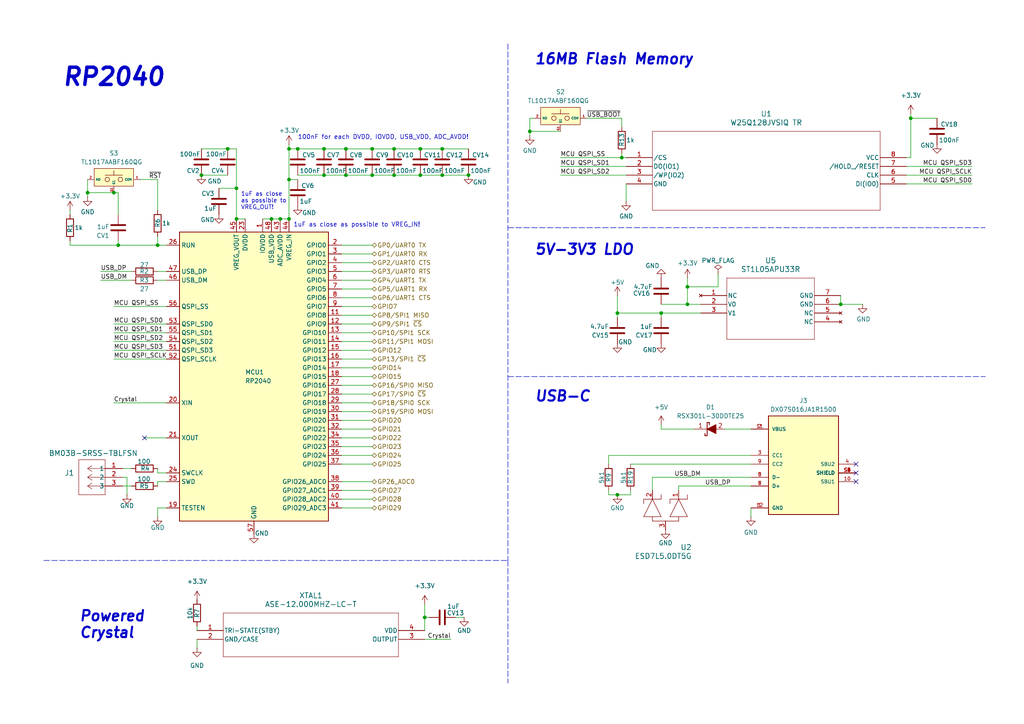
<source format=kicad_sch>
(kicad_sch (version 20250114) (generator "eeschema") (generator_version "9.0")
  (paper "A4")
  (title_block (title "RP2040 Standard") (company "Porto Space Team") (comment 1 "Miguel Amorim"))
  (lib_symbols
    (symbol "16MB_Flash:W25Q128JVSIQ_TR" (pin_names (offset 0.254))
      (property "Reference" "U" (at 40.64 12.7 0))
      (property "Value" "W25Q128JVSIQ TR" (at 40.64 10.16 0))
      (symbol "W25Q128JVSIQ_TR_0_1"
        (polyline (pts (xy 7.62 7.62) (xy 7.62 -15.24)) (stroke (width 0.127)))
        (polyline (pts (xy 7.62 -15.24) (xy 73.66 -15.24)) (stroke (width 0.127)))
        (polyline (pts (xy 73.66 7.62) (xy 7.62 7.62)) (stroke (width 0.127)))
        (polyline (pts (xy 73.66 -15.24) (xy 73.66 7.62)) (stroke (width 0.127)))
        (pin input line (at 0 0 0) (length 7.62) (name "/CS") (number "1"))
        (pin bidirectional line (at 0 -2.54 0) (length 7.62) (name "DO(IO1)") (number "2"))
        (pin bidirectional line (at 0 -5.08 0) (length 7.62) (name "/WP(IO2)") (number "3"))
        (pin passive line (at 0 -7.62 0) (length 7.62) (name "GND") (number "4"))
        (pin passive line (at 81.28 0 180) (length 7.62) (name "VCC") (number "8"))
        (pin bidirectional line (at 81.28 -2.54 180) (length 7.62) (name "/HOLD_/RESET") (number "7"))
        (pin input line (at 81.28 -5.08 180) (length 7.62) (name "CLK") (number "6"))
        (pin bidirectional line (at 81.28 -7.62 180) (length 7.62) (name "DI(IO0)") (number "5"))
      )
    )
    (symbol "AS12MHz:ASE-12.000MHZ-LC-T" (pin_names (offset 0.254))
      (property "Reference" "XTAL" (at 33.02 10.16 0))
      (property "Value" "ASE-12.000MHZ-LC-T" (at 33.02 7.62 0))
      (symbol "ASE-12.000MHZ-LC-T_0_1"
        (polyline (pts (xy 7.62 5.08) (xy 7.62 -7.62)) (stroke (width 0.127)))
        (polyline (pts (xy 7.62 -7.62) (xy 58.42 -7.62)) (stroke (width 0.127)))
        (polyline (pts (xy 58.42 5.08) (xy 7.62 5.08)) (stroke (width 0.127)))
        (polyline (pts (xy 58.42 -7.62) (xy 58.42 5.08)) (stroke (width 0.127)))
        (pin passive line (at 0 0 0) (length 7.62) (name "TRI-STATE(STBY)") (number "1"))
        (pin passive line (at 0 -2.54 0) (length 7.62) (name "GND/CASE") (number "2"))
        (pin power_in line (at 66.04 0 180) (length 7.62) (name "VDD") (number "4"))
        (pin output line (at 66.04 -2.54 180) (length 7.62) (name "OUTPUT") (number "3"))
      )
    )
    (symbol "DX07S016JA1R1500:DX07S016JA1R1500" (pin_names (offset 1.016))
      (property "Reference" "J" (at -9.906 16.002 0))
      (property "Value" "DX07S016JA1R1500" (at -10.16 -14.732 0))
      (symbol "DX07S016JA1R1500_0_0"
        (rectangle (start -10.16 15.24) (end 10.16 -13.335) (stroke (width 0.254)) (fill (type background)))
        (pin passive line (at -15.24 11.43 0) (length 5.08) (name "VBUS") (number "11"))
        (pin passive line (at -15.24 11.43 0) (length 5.08) (name "VBUS") (number "2"))
        (pin passive line (at -15.24 3.81 0) (length 5.08) (name "CC1") (number "3"))
        (pin passive line (at -15.24 1.27 0) (length 5.08) (name "CC2") (number "9"))
        (pin passive line (at -15.24 -2.54 0) (length 5.08) (name "D-") (number "5"))
        (pin passive line (at -15.24 -2.54 0) (length 5.08) (name "D-") (number "8"))
        (pin passive line (at -15.24 -5.08 0) (length 5.08) (name "D+") (number "6"))
        (pin passive line (at -15.24 -5.08 0) (length 5.08) (name "D+") (number "7"))
        (pin power_in line (at -15.24 -11.43 0) (length 5.08) (name "GND") (number "1"))
        (pin power_in line (at -15.24 -11.43 0) (length 5.08) (name "GND") (number "12"))
        (pin passive line (at 15.24 1.27 180) (length 5.08) (name "SBU2") (number "4"))
        (pin passive line (at 15.24 -1.27 180) (length 5.08) (name "SHIELD") (number "S1"))
        (pin passive line (at 15.24 -1.27 180) (length 5.08) (name "SHIELD") (number "S2"))
        (pin passive line (at 15.24 -1.27 180) (length 5.08) (name "SHIELD") (number "S3"))
        (pin passive line (at 15.24 -1.27 180) (length 5.08) (name "SHIELD") (number "S4"))
        (pin passive line (at 15.24 -1.27 180) (length 5.08) (name "SHIELD") (number "S5"))
        (pin passive line (at 15.24 -1.27 180) (length 5.08) (name "SHIELD") (number "S6"))
        (pin passive line (at 15.24 -3.81 180) (length 5.08) (name "SBU1") (number "10"))
      )
    )
    (symbol "Device:C" (pin_numbers (hide yes)) (pin_names (offset 0.254))
      (property "Reference" "C" (at 0.635 2.54 0))
      (property "Value" "C" (at 0.635 -2.54 0))
      (symbol "C_0_1"
        (polyline (pts (xy -2.032 0.762) (xy 2.032 0.762)) (stroke (width 0.508)))
        (polyline (pts (xy -2.032 -0.762) (xy 2.032 -0.762)) (stroke (width 0.508)))
      )
      (symbol "C_1_1"
        (pin passive line (at 0 3.81 270) (length 2.794) (name "~") (number "1"))
        (pin passive line (at 0 -3.81 90) (length 2.794) (name "~") (number "2"))
      )
    )
    (symbol "Device:R" (pin_numbers (hide yes)) (pin_names (offset 0))
      (property "Reference" "R" (at 2.032 0 90))
      (property "Value" "R" (at 0 0 90))
      (symbol "R_0_1"
        (rectangle (start -1.016 -2.54) (end 1.016 2.54) (stroke (width 0.254)))
      )
      (symbol "R_1_1"
        (pin passive line (at 0 3.81 270) (length 1.27) (name "~") (number "1"))
        (pin passive line (at 0 -3.81 90) (length 1.27) (name "~") (number "2"))
      )
    )
    (symbol "ESD7L5_Diode:ESD7L5.0DT5G" (pin_names (offset 0.254))
      (property "Reference" "U" (at 6.35 15.24 0))
      (property "Value" "ESD7L5.0DT5G" (at 6.35 12.7 0))
      (symbol "ESD7L5.0DT5G_1_1"
        (polyline (pts (xy 2.54 8.89) (xy 0 8.89) (xy 0 10.16)))
        (polyline (pts (xy 2.54 8.89) (xy 5.08 8.89) (xy 5.08 7.62)))
        (polyline (pts (xy 2.54 3.81) (xy 2.54 2.54) (xy 10.16 2.54) (xy 10.16 3.81)))
        (polyline (pts (xy 5.08 3.81) (xy 0 3.81) (xy 2.54 8.89) (xy 5.08 3.81)))
        (polyline (pts (xy 10.16 8.89) (xy 7.62 8.89) (xy 7.62 10.16)))
        (polyline (pts (xy 10.16 8.89) (xy 12.7 8.89) (xy 12.7 7.62)))
        (polyline (pts (xy 12.7 3.81) (xy 7.62 3.81) (xy 10.16 8.89) (xy 12.7 3.81)))
        (pin passive line (at 2.54 11.43 270) (length 2.54) (name "") (number "1"))
        (pin passive line (at 6.35 0 90) (length 2.54) (name "") (number "3"))
        (pin passive line (at 10.16 11.43 270) (length 2.54) (name "") (number "2"))
      )
    )
    (symbol "LDO_ST1L05A:ST1L05APU33R" (pin_names (offset 0.254))
      (property "Reference" "U" (at 20.32 10.16 0))
      (property "Value" "ST1L05APU33R" (at 20.32 7.62 0))
      (symbol "ST1L05APU33R_0_1"
        (polyline (pts (xy 7.62 5.08) (xy 7.62 -12.7)) (stroke (width 0.127)))
        (polyline (pts (xy 7.62 -12.7) (xy 33.02 -12.7)) (stroke (width 0.127)))
        (polyline (pts (xy 33.02 5.08) (xy 7.62 5.08)) (stroke (width 0.127)))
        (polyline (pts (xy 33.02 -12.7) (xy 33.02 5.08)) (stroke (width 0.127)))
        (pin no_connect line (at 0 0 0) (length 7.62) (name "NC") (number "1"))
        (pin passive line (at 0 -2.54 0) (length 7.62) (name "V0") (number "2"))
        (pin passive line (at 0 -5.08 0) (length 7.62) (name "V1") (number "3"))
        (pin passive line (at 40.64 0 180) (length 7.62) (name "GND") (number "7"))
        (pin passive line (at 40.64 -2.54 180) (length 7.62) (name "GND") (number "6"))
        (pin no_connect line (at 40.64 -5.08 180) (length 7.62) (name "NC") (number "5"))
        (pin no_connect line (at 40.64 -7.62 180) (length 7.62) (name "NC") (number "4"))
      )
    )
    (symbol "MCU_RaspberryPi:RP2040"
      (property "Reference" "U" (at 17.78 45.72 0))
      (property "Value" "RP2040" (at 17.78 43.18 0))
      (symbol "RP2040_0_1"
        (rectangle (start -21.59 41.91) (end 21.59 -41.91) (stroke (width 0.254)) (fill (type background)))
      )
      (symbol "RP2040_1_1"
        (pin input line (at -25.4 38.1 0) (length 3.81) (name "RUN") (number "26"))
        (pin bidirectional line (at -25.4 30.48 0) (length 3.81) (name "USB_DP") (number "47"))
        (pin bidirectional line (at -25.4 27.94 0) (length 3.81) (name "USB_DM") (number "46"))
        (pin bidirectional line (at -25.4 20.32 0) (length 3.81) (name "QSPI_SS") (number "56"))
        (pin bidirectional line (at -25.4 15.24 0) (length 3.81) (name "QSPI_SD0") (number "53"))
        (pin bidirectional line (at -25.4 12.7 0) (length 3.81) (name "QSPI_SD1") (number "55"))
        (pin bidirectional line (at -25.4 10.16 0) (length 3.81) (name "QSPI_SD2") (number "54"))
        (pin bidirectional line (at -25.4 7.62 0) (length 3.81) (name "QSPI_SD3") (number "51"))
        (pin output line (at -25.4 5.08 0) (length 3.81) (name "QSPI_SCLK") (number "52"))
        (pin input line (at -25.4 -7.62 0) (length 3.81) (name "XIN") (number "20"))
        (pin passive line (at -25.4 -17.78 0) (length 3.81) (name "XOUT") (number "21"))
        (pin input line (at -25.4 -27.94 0) (length 3.81) (name "SWCLK") (number "24"))
        (pin bidirectional line (at -25.4 -30.48 0) (length 3.81) (name "SWD") (number "25"))
        (pin input line (at -25.4 -38.1 0) (length 3.81) (name "TESTEN") (number "19"))
        (pin power_out line (at -5.08 45.72 270) (length 3.81) (name "VREG_VOUT") (number "45"))
        (pin power_in line (at -2.54 45.72 270) (length 3.81) (name "DVDD") (number "23"))
        (pin passive line (at -2.54 45.72 270) (length 3.81) (hide yes) (name "DVDD") (number "50"))
        (pin power_in line (at 0 -45.72 90) (length 3.81) (name "GND") (number "57"))
        (pin power_in line (at 2.54 45.72 270) (length 3.81) (name "IOVDD") (number "1"))
        (pin passive line (at 2.54 45.72 270) (length 3.81) (hide yes) (name "IOVDD") (number "10"))
        (pin passive line (at 2.54 45.72 270) (length 3.81) (hide yes) (name "IOVDD") (number "22"))
        (pin passive line (at 2.54 45.72 270) (length 3.81) (hide yes) (name "IOVDD") (number "33"))
        (pin passive line (at 2.54 45.72 270) (length 3.81) (hide yes) (name "IOVDD") (number "42"))
        (pin passive line (at 2.54 45.72 270) (length 3.81) (hide yes) (name "IOVDD") (number "49"))
        (pin power_in line (at 5.08 45.72 270) (length 3.81) (name "USB_VDD") (number "48"))
        (pin power_in line (at 7.62 45.72 270) (length 3.81) (name "ADC_AVDD") (number "43"))
        (pin power_in line (at 10.16 45.72 270) (length 3.81) (name "VREG_IN") (number "44"))
        (pin bidirectional line (at 25.4 38.1 180) (length 3.81) (name "GPIO0") (number "2"))
        (pin bidirectional line (at 25.4 35.56 180) (length 3.81) (name "GPIO1") (number "3"))
        (pin bidirectional line (at 25.4 33.02 180) (length 3.81) (name "GPIO2") (number "4"))
        (pin bidirectional line (at 25.4 30.48 180) (length 3.81) (name "GPIO3") (number "5"))
        (pin bidirectional line (at 25.4 27.94 180) (length 3.81) (name "GPIO4") (number "6"))
        (pin bidirectional line (at 25.4 25.4 180) (length 3.81) (name "GPIO5") (number "7"))
        (pin bidirectional line (at 25.4 22.86 180) (length 3.81) (name "GPIO6") (number "8"))
        (pin bidirectional line (at 25.4 20.32 180) (length 3.81) (name "GPIO7") (number "9"))
        (pin bidirectional line (at 25.4 17.78 180) (length 3.81) (name "GPIO8") (number "11"))
        (pin bidirectional line (at 25.4 15.24 180) (length 3.81) (name "GPIO9") (number "12"))
        (pin bidirectional line (at 25.4 12.7 180) (length 3.81) (name "GPIO10") (number "13"))
        (pin bidirectional line (at 25.4 10.16 180) (length 3.81) (name "GPIO11") (number "14"))
        (pin bidirectional line (at 25.4 7.62 180) (length 3.81) (name "GPIO12") (number "15"))
        (pin bidirectional line (at 25.4 5.08 180) (length 3.81) (name "GPIO13") (number "16"))
        (pin bidirectional line (at 25.4 2.54 180) (length 3.81) (name "GPIO14") (number "17"))
        (pin bidirectional line (at 25.4 0 180) (length 3.81) (name "GPIO15") (number "18"))
        (pin bidirectional line (at 25.4 -2.54 180) (length 3.81) (name "GPIO16") (number "27"))
        (pin bidirectional line (at 25.4 -5.08 180) (length 3.81) (name "GPIO17") (number "28"))
        (pin bidirectional line (at 25.4 -7.62 180) (length 3.81) (name "GPIO18") (number "29"))
        (pin bidirectional line (at 25.4 -10.16 180) (length 3.81) (name "GPIO19") (number "30"))
        (pin bidirectional line (at 25.4 -12.7 180) (length 3.81) (name "GPIO20") (number "31"))
        (pin bidirectional line (at 25.4 -15.24 180) (length 3.81) (name "GPIO21") (number "32"))
        (pin bidirectional line (at 25.4 -17.78 180) (length 3.81) (name "GPIO22") (number "34"))
        (pin bidirectional line (at 25.4 -20.32 180) (length 3.81) (name "GPIO23") (number "35"))
        (pin bidirectional line (at 25.4 -22.86 180) (length 3.81) (name "GPIO24") (number "36"))
        (pin bidirectional line (at 25.4 -25.4 180) (length 3.81) (name "GPIO25") (number "37"))
        (pin bidirectional line (at 25.4 -30.48 180) (length 3.81) (name "GPIO26_ADC0") (number "38"))
        (pin bidirectional line (at 25.4 -33.02 180) (length 3.81) (name "GPIO27_ADC1") (number "39"))
        (pin bidirectional line (at 25.4 -35.56 180) (length 3.81) (name "GPIO28_ADC2") (number "40"))
        (pin bidirectional line (at 25.4 -38.1 180) (length 3.81) (name "GPIO29_ADC3") (number "41"))
      )
    )
    (symbol "RSX301L-30DDTE25:RSX301L-30DDTE25" (pin_names (offset 0.635) (hide yes))
      (property "Reference" "D" (at 1.524 6.35 0))
      (property "Value" "RSX301L-30DDTE25" (at 1.524 3.81 0))
      (symbol "RSX301L-30DDTE25_1_1"
        (polyline (pts (xy 9.525 -1.27) (xy 9.525 -1.905)) (stroke (width 0.254)))
        (polyline (pts (xy 10.16 1.905) (xy 10.16 -1.905)) (stroke (width 0.254)))
        (polyline (pts (xy 10.16 1.905) (xy 10.795 1.905)) (stroke (width 0.254)))
        (polyline (pts (xy 10.16 0) (xy 12.7 1.27) (xy 12.7 -1.27) (xy 10.16 0)) (stroke (width 0.254)) (fill (type outline)))
        (polyline (pts (xy 10.16 -1.905) (xy 9.525 -1.905)) (stroke (width 0.254)))
        (polyline (pts (xy 10.795 1.27) (xy 10.795 1.905)) (stroke (width 0.254)))
        (pin passive line (at 6.35 0 0) (length 3.81) (name "K") (number "1"))
        (pin passive line (at 15.24 0 180) (length 2.54) (name "A") (number "2"))
      )
    )
    (symbol "SWD_Con:BM03B-SRSS-TBLFSN" (pin_names (offset 0.254))
      (property "Reference" "J" (at 8.89 6.35 0))
      (property "Value" "BM03B-SRSS-TBLFSN" (at 0 0 0))
      (symbol "BM03B-SRSS-TBLFSN_1_1"
        (polyline (pts (xy 5.08 2.54) (xy 5.08 -7.62)) (stroke (width 0.127)))
        (polyline (pts (xy 5.08 -7.62) (xy 12.7 -7.62)) (stroke (width 0.127)))
        (polyline (pts (xy 10.16 0) (xy 5.08 0)) (stroke (width 0.127)))
        (polyline (pts (xy 10.16 0) (xy 8.89 0.8467)) (stroke (width 0.127)))
        (polyline (pts (xy 10.16 0) (xy 8.89 -0.8467)) (stroke (width 0.127)))
        (polyline (pts (xy 10.16 -2.54) (xy 5.08 -2.54)) (stroke (width 0.127)))
        (polyline (pts (xy 10.16 -2.54) (xy 8.89 -1.6933)) (stroke (width 0.127)))
        (polyline (pts (xy 10.16 -2.54) (xy 8.89 -3.3867)) (stroke (width 0.127)))
        (polyline (pts (xy 10.16 -5.08) (xy 5.08 -5.08)) (stroke (width 0.127)))
        (polyline (pts (xy 10.16 -5.08) (xy 8.89 -4.2333)) (stroke (width 0.127)))
        (polyline (pts (xy 10.16 -5.08) (xy 8.89 -5.9267)) (stroke (width 0.127)))
        (polyline (pts (xy 12.7 2.54) (xy 5.08 2.54)) (stroke (width 0.127)))
        (polyline (pts (xy 12.7 -7.62) (xy 12.7 2.54)) (stroke (width 0.127)))
        (pin passive line (at 0 0 0) (length 5.08) (name "1") (number "1"))
        (pin passive line (at 0 -2.54 0) (length 5.08) (name "2") (number "2"))
        (pin passive line (at 0 -5.08 0) (length 5.08) (name "3") (number "3"))
      )
      (symbol "BM03B-SRSS-TBLFSN_1_2"
        (polyline (pts (xy 5.08 2.54) (xy 5.08 -7.62)) (stroke (width 0.127)))
        (polyline (pts (xy 5.08 -7.62) (xy 12.7 -7.62)) (stroke (width 0.127)))
        (polyline (pts (xy 7.62 0) (xy 5.08 0)) (stroke (width 0.127)))
        (polyline (pts (xy 7.62 0) (xy 8.89 0.8467)) (stroke (width 0.127)))
        (polyline (pts (xy 7.62 0) (xy 8.89 -0.8467)) (stroke (width 0.127)))
        (polyline (pts (xy 7.62 -2.54) (xy 5.08 -2.54)) (stroke (width 0.127)))
        (polyline (pts (xy 7.62 -2.54) (xy 8.89 -1.6933)) (stroke (width 0.127)))
        (polyline (pts (xy 7.62 -2.54) (xy 8.89 -3.3867)) (stroke (width 0.127)))
        (polyline (pts (xy 7.62 -5.08) (xy 5.08 -5.08)) (stroke (width 0.127)))
        (polyline (pts (xy 7.62 -5.08) (xy 8.89 -4.2333)) (stroke (width 0.127)))
        (polyline (pts (xy 7.62 -5.08) (xy 8.89 -5.9267)) (stroke (width 0.127)))
        (polyline (pts (xy 12.7 2.54) (xy 5.08 2.54)) (stroke (width 0.127)))
        (polyline (pts (xy 12.7 -7.62) (xy 12.7 2.54)) (stroke (width 0.127)))
        (pin passive line (at 0 0 0) (length 5.08) (name "1") (number "1"))
        (pin passive line (at 0 -2.54 0) (length 5.08) (name "2") (number "2"))
        (pin passive line (at 0 -5.08 0) (length 5.08) (name "3") (number "3"))
      )
    )
    (symbol "TL1017AABF160QG:TL1017AABF160QG"
      (property "Reference" "S" (at 0.762 14.732 0))
      (property "Value" "TL1017AABF160QG" (at 0.762 12.192 0))
      (symbol "TL1017AABF160QG_0_1"
        (polyline (pts (xy 6.35 5.08) (xy 11.43 5.08)))
        (circle (center 6.985 3.81) (radius 0.635))
        (polyline (pts (xy 8.89 5.08) (xy 8.89 6.35)))
        (circle (center 10.795 3.81) (radius 0.635))
      )
      (symbol "TL1017AABF160QG_1_1"
        (rectangle (start 3.175 6.985) (end 14.605 1.905) (fill (type background)))
        (pin passive line (at 1.27 3.81 0) (length 1.778) (name "COM") (number "1"))
        (pin passive line (at 8.89 0 90) (length 1.778) (name "G1") (number "G1"))
        (pin passive line (at 16.51 3.81 180) (length 1.778) (name "NO") (number "2"))
      )
    )
    (symbol "power:+3.3V" (power) (pin_numbers (hide yes)) (pin_names (offset 0) (hide yes))
      (property "Value" "+3.3V" (at 0 3.556 0))
      (symbol "+3.3V_0_1"
        (polyline (pts (xy -0.762 1.27) (xy 0 2.54)))
        (polyline (pts (xy 0 2.54) (xy 0.762 1.27)))
        (polyline (pts (xy 0 0) (xy 0 2.54)))
      )
      (symbol "+3.3V_1_1"
        (pin power_in line (at 0 0 90) (length 0) (name "~") (number "1"))
      )
    )
    (symbol "power:+5V" (power) (pin_numbers (hide yes)) (pin_names (offset 0) (hide yes))
      (property "Value" "+5V" (at 0 3.556 0))
      (symbol "+5V_0_1"
        (polyline (pts (xy -0.762 1.27) (xy 0 2.54)))
        (polyline (pts (xy 0 2.54) (xy 0.762 1.27)))
        (polyline (pts (xy 0 0) (xy 0 2.54)))
      )
      (symbol "+5V_1_1"
        (pin power_in line (at 0 0 90) (length 0) (name "~") (number "1"))
      )
    )
    (symbol "power:GND" (power) (pin_numbers (hide yes)) (pin_names (offset 0) (hide yes))
      (property "Value" "GND" (at 0 -3.81 0))
      (symbol "GND_0_1"
        (polyline (pts (xy 0 0) (xy 0 -1.27) (xy 1.27 -1.27) (xy 0 -2.54) (xy -1.27 -1.27) (xy 0 -1.27)))
      )
      (symbol "GND_1_1"
        (pin power_in line (at 0 0 270) (length 0) (name "~") (number "1"))
      )
    )
    (symbol "power:PWR_FLAG" (power) (pin_numbers (hide yes)) (pin_names (offset 0) (hide yes))
      (property "Value" "PWR_FLAG" (at 0 3.81 0))
      (symbol "PWR_FLAG_0_0"
        (pin power_out line (at 0 0 90) (length 0) (name "~") (number "1"))
      )
      (symbol "PWR_FLAG_0_1"
        (polyline (pts (xy 0 0) (xy 0 1.27) (xy -1.016 1.905) (xy 0 2.54) (xy 1.016 1.905) (xy 0 1.27)))
      )
    )
  )
  (text "100nF for each DVDD, IOVDD, USB_VDD, ADC_AVDD!" (at 86.36 40.64 0) (effects (font (size 1.27 1.27)) (justify left bottom)))
  (text "16MB Flash Memory" (at 154.94 19.05 0) (effects (font (size 3 3) (bold yes) (italic yes)) (justify left bottom)))
  (text "5V-3V3 LDO" (at 154.94 74.295 0) (effects (font (size 3 3) (bold yes) (italic yes)) (justify left bottom)))
  (text "USB-C" (at 154.94 116.84 0) (effects (font (size 3 3) (bold yes) (italic yes)) (justify left bottom)))
  (text "1uF as close as possible to VREG_IN!" (at 85.09 66.04 0) (effects (font (size 1.27 1.27)) (justify left bottom)))
  (text "1uF as close \nas possible to \nVREG_OUT!" (at 69.85 60.96 0) (effects (font (size 1.2 1.2)) (justify left bottom)))
  (text "Powered\nCrystal" (at 22.86 185.42 0) (effects (font (size 3 3) (bold yes) (italic yes)) (justify left bottom)))
  (text "RP2040" (at 17.78 25.4 0) (effects (font (size 5 5) (thickness 1) (bold yes) (italic yes)) (justify left bottom)))
  (junction (at 179.07 90.805))
  (junction (at 83.82 63.5))
  (junction (at 107.95 43.18))
  (junction (at 114.3 50.8))
  (junction (at 100.33 50.8))
  (junction (at 78.74 63.5))
  (junction (at 68.58 54.61))
  (junction (at 93.98 50.8))
  (junction (at 128.27 50.8))
  (junction (at 135.89 50.8))
  (junction (at 128.27 43.18))
  (junction (at 45.72 71.12))
  (junction (at 180.34 45.72))
  (junction (at 199.39 83.185))
  (junction (at 66.04 43.18))
  (junction (at 100.33 43.18))
  (junction (at 114.3 43.18))
  (junction (at 121.92 43.18))
  (junction (at 243.84 88.265))
  (junction (at 191.77 90.805))
  (junction (at 179.07 143.51))
  (junction (at 93.98 43.18))
  (junction (at 83.82 52.07))
  (junction (at 153.67 38.1))
  (junction (at 58.42 50.8))
  (junction (at 264.16 34.29))
  (junction (at 25.4 55.88))
  (junction (at 33.02 55.88))
  (junction (at 83.82 43.18))
  (junction (at 121.92 50.8))
  (junction (at 34.29 71.12))
  (junction (at 81.28 63.5))
  (junction (at 68.58 63.5))
  (junction (at 107.95 50.8))
  (junction (at 199.39 88.265))
  (junction (at 123.19 179.07))
  (junction (at 86.36 43.18))
  (no_connect (at 41.91 127))
  (no_connect (at 248.285 134.62))
  (no_connect (at 248.285 139.7))
  (no_connect (at 248.285 137.16))
  (wire (pts (xy 25.4 55.88) (xy 25.4 57.15)))
  (wire (pts (xy 99.06 114.3) (xy 107.95 114.3)))
  (polyline (pts (xy 147.32 162.56) (xy 147.32 198.12)) (stroke (width 0) (type dash)))
  (wire (pts (xy 180.34 45.72) (xy 181.61 45.72)))
  (wire (pts (xy 99.06 93.98) (xy 107.95 93.98)))
  (wire (pts (xy 99.06 73.66) (xy 107.95 73.66)))
  (wire (pts (xy 99.06 109.22) (xy 107.95 109.22)))
  (wire (pts (xy 121.92 50.8) (xy 128.27 50.8)))
  (wire (pts (xy 68.58 54.61) (xy 68.58 43.18)))
  (wire (pts (xy 35.56 135.89) (xy 38.1 135.89)))
  (wire (pts (xy 162.56 45.72) (xy 180.34 45.72)))
  (wire (pts (xy 99.06 139.7) (xy 107.95 139.7)))
  (wire (pts (xy 99.06 129.54) (xy 107.95 129.54)))
  (wire (pts (xy 99.06 71.12) (xy 107.95 71.12)))
  (wire (pts (xy 34.29 71.12) (xy 20.32 71.12)))
  (wire (pts (xy 199.39 83.185) (xy 199.39 88.265)))
  (wire (pts (xy 99.06 86.36) (xy 107.95 86.36)))
  (wire (pts (xy 76.2 63.5) (xy 78.74 63.5)))
  (wire (pts (xy 262.89 45.72) (xy 264.16 45.72)))
  (wire (pts (xy 191.77 88.265) (xy 199.39 88.265)))
  (wire (pts (xy 217.805 134.62) (xy 182.88 134.62)))
  (wire (pts (xy 35.56 138.43) (xy 36.83 138.43)))
  (wire (pts (xy 35.56 140.97) (xy 38.1 140.97)))
  (wire (pts (xy 154.94 34.29) (xy 153.67 34.29)))
  (wire (pts (xy 33.02 55.88) (xy 25.4 55.88)))
  (wire (pts (xy 99.06 78.74) (xy 107.95 78.74)))
  (wire (pts (xy 181.61 50.8) (xy 162.56 50.8)))
  (wire (pts (xy 153.67 34.29) (xy 153.67 38.1)))
  (wire (pts (xy 41.91 127) (xy 48.26 127)))
  (wire (pts (xy 128.27 50.8) (xy 135.89 50.8)))
  (wire (pts (xy 99.06 121.92) (xy 107.95 121.92)))
  (wire (pts (xy 99.06 111.76) (xy 107.95 111.76)))
  (wire (pts (xy 121.92 43.18) (xy 114.3 43.18)))
  (wire (pts (xy 99.06 147.32) (xy 107.95 147.32)))
  (wire (pts (xy 107.95 50.8) (xy 114.3 50.8)))
  (wire (pts (xy 58.42 43.18) (xy 66.04 43.18)))
  (wire (pts (xy 29.21 78.74) (xy 38.1 78.74)))
  (wire (pts (xy 45.72 78.74) (xy 48.26 78.74)))
  (wire (pts (xy 180.34 44.45) (xy 180.34 45.72)))
  (wire (pts (xy 176.53 132.08) (xy 217.805 132.08)))
  (wire (pts (xy 20.32 60.96) (xy 20.32 62.23)))
  (wire (pts (xy 86.36 43.18) (xy 83.82 43.18)))
  (wire (pts (xy 33.02 96.52) (xy 48.26 96.52)))
  (wire (pts (xy 99.06 134.62) (xy 107.95 134.62)))
  (wire (pts (xy 181.61 53.34) (xy 181.61 58.42)))
  (wire (pts (xy 34.29 71.12) (xy 45.72 71.12)))
  (wire (pts (xy 153.67 38.1) (xy 153.67 39.37)))
  (wire (pts (xy 264.16 34.29) (xy 271.78 34.29)))
  (wire (pts (xy 99.06 81.28) (xy 107.95 81.28)))
  (wire (pts (xy 123.19 185.42) (xy 130.81 185.42)))
  (wire (pts (xy 189.23 138.43) (xy 217.805 138.43)))
  (wire (pts (xy 114.3 50.8) (xy 121.92 50.8)))
  (wire (pts (xy 45.72 140.97) (xy 45.72 139.7)))
  (polyline (pts (xy 147.32 66.04) (xy 285.75 66.04)) (stroke (width 0) (type dash)))
  (wire (pts (xy 176.53 143.51) (xy 176.53 142.24)))
  (wire (pts (xy 45.72 81.28) (xy 48.26 81.28)))
  (wire (pts (xy 57.15 181.61) (xy 57.15 182.88)))
  (polyline (pts (xy 147.32 109.22) (xy 285.75 109.22)) (stroke (width 0) (type dash)))
  (wire (pts (xy 191.77 123.19) (xy 191.77 124.46)))
  (wire (pts (xy 199.39 83.185) (xy 208.28 83.185)))
  (wire (pts (xy 179.07 90.805) (xy 179.07 92.075)))
  (wire (pts (xy 33.02 101.6) (xy 48.26 101.6)))
  (wire (pts (xy 100.33 43.18) (xy 93.98 43.18)))
  (polyline (pts (xy 12.7 162.56) (xy 147.32 162.56)) (stroke (width 0) (type dash)))
  (wire (pts (xy 181.61 48.26) (xy 162.56 48.26)))
  (wire (pts (xy 33.02 116.84) (xy 48.26 116.84)))
  (wire (pts (xy 123.19 179.07) (xy 124.46 179.07)))
  (wire (pts (xy 45.72 137.16) (xy 48.26 137.16)))
  (wire (pts (xy 99.06 116.84) (xy 107.95 116.84)))
  (wire (pts (xy 36.83 138.43) (xy 36.83 143.51)))
  (wire (pts (xy 99.06 119.38) (xy 107.95 119.38)))
  (wire (pts (xy 208.28 83.185) (xy 208.28 79.375)))
  (wire (pts (xy 176.53 134.62) (xy 176.53 132.08)))
  (wire (pts (xy 99.06 124.46) (xy 107.95 124.46)))
  (wire (pts (xy 45.72 71.12) (xy 48.26 71.12)))
  (wire (pts (xy 93.98 50.8) (xy 100.33 50.8)))
  (polyline (pts (xy 147.32 12.7) (xy 147.32 162.56)) (stroke (width 0) (type dash)))
  (wire (pts (xy 191.77 124.46) (xy 201.295 124.46)))
  (wire (pts (xy 264.16 45.72) (xy 264.16 34.29)))
  (wire (pts (xy 182.88 143.51) (xy 179.07 143.51)))
  (wire (pts (xy 99.06 91.44) (xy 107.95 91.44)))
  (wire (pts (xy 45.72 147.32) (xy 48.26 147.32)))
  (wire (pts (xy 86.36 50.8) (xy 93.98 50.8)))
  (wire (pts (xy 33.02 88.9) (xy 48.26 88.9)))
  (wire (pts (xy 191.77 92.075) (xy 191.77 90.805)))
  (wire (pts (xy 68.58 63.5) (xy 71.12 63.5)))
  (wire (pts (xy 217.805 147.32) (xy 217.805 149.86)))
  (wire (pts (xy 83.82 52.07) (xy 83.82 63.5)))
  (wire (pts (xy 99.06 106.68) (xy 107.95 106.68)))
  (wire (pts (xy 182.88 142.24) (xy 182.88 143.51)))
  (wire (pts (xy 179.07 143.51) (xy 176.53 143.51)))
  (wire (pts (xy 179.07 90.805) (xy 191.77 90.805)))
  (wire (pts (xy 83.82 52.07) (xy 86.36 52.07)))
  (wire (pts (xy 210.185 124.46) (xy 217.805 124.46)))
  (wire (pts (xy 132.08 179.07) (xy 134.62 179.07)))
  (wire (pts (xy 243.84 85.725) (xy 243.84 88.265)))
  (wire (pts (xy 99.06 142.24) (xy 107.95 142.24)))
  (wire (pts (xy 191.77 90.805) (xy 203.2 90.805)))
  (wire (pts (xy 99.06 83.82) (xy 107.95 83.82)))
  (wire (pts (xy 29.21 81.28) (xy 38.1 81.28)))
  (wire (pts (xy 45.72 52.07) (xy 45.72 60.96)))
  (wire (pts (xy 78.74 63.5) (xy 81.28 63.5)))
  (wire (pts (xy 33.02 93.98) (xy 48.26 93.98)))
  (wire (pts (xy 100.33 50.8) (xy 107.95 50.8)))
  (wire (pts (xy 58.42 50.8) (xy 66.04 50.8)))
  (wire (pts (xy 81.28 63.5) (xy 83.82 63.5)))
  (wire (pts (xy 45.72 68.58) (xy 45.72 71.12)))
  (wire (pts (xy 199.39 80.645) (xy 199.39 83.185)))
  (wire (pts (xy 34.29 55.88) (xy 33.02 55.88)))
  (wire (pts (xy 45.72 139.7) (xy 48.26 139.7)))
  (wire (pts (xy 34.29 71.12) (xy 34.29 69.85)))
  (wire (pts (xy 20.32 71.12) (xy 20.32 69.85)))
  (wire (pts (xy 180.34 34.29) (xy 170.18 34.29)))
  (wire (pts (xy 45.72 137.16) (xy 45.72 135.89)))
  (wire (pts (xy 128.27 43.18) (xy 135.89 43.18)))
  (wire (pts (xy 99.06 104.14) (xy 107.95 104.14)))
  (wire (pts (xy 262.89 50.8) (xy 281.94 50.8)))
  (wire (pts (xy 107.95 43.18) (xy 100.33 43.18)))
  (wire (pts (xy 99.06 101.6) (xy 107.95 101.6)))
  (wire (pts (xy 123.19 179.07) (xy 123.19 182.88)))
  (wire (pts (xy 264.16 34.29) (xy 264.16 33.02)))
  (wire (pts (xy 99.06 127) (xy 107.95 127)))
  (wire (pts (xy 189.23 138.43) (xy 189.23 142.24)))
  (wire (pts (xy 99.06 88.9) (xy 107.95 88.9)))
  (wire (pts (xy 196.85 140.97) (xy 196.85 142.24)))
  (wire (pts (xy 199.39 88.265) (xy 203.2 88.265)))
  (wire (pts (xy 180.34 36.83) (xy 180.34 34.29)))
  (wire (pts (xy 40.64 52.07) (xy 45.72 52.07)))
  (wire (pts (xy 68.58 54.61) (xy 68.58 63.5)))
  (wire (pts (xy 45.72 149.86) (xy 45.72 147.32)))
  (wire (pts (xy 262.89 48.26) (xy 281.94 48.26)))
  (wire (pts (xy 33.02 99.06) (xy 48.26 99.06)))
  (wire (pts (xy 25.4 52.07) (xy 25.4 55.88)))
  (wire (pts (xy 99.06 99.06) (xy 107.95 99.06)))
  (wire (pts (xy 99.06 132.08) (xy 107.95 132.08)))
  (wire (pts (xy 153.67 38.1) (xy 162.56 38.1)))
  (wire (pts (xy 128.27 43.18) (xy 121.92 43.18)))
  (wire (pts (xy 99.06 76.2) (xy 107.95 76.2)))
  (wire (pts (xy 123.19 175.26) (xy 123.19 179.07)))
  (wire (pts (xy 83.82 41.91) (xy 83.82 43.18)))
  (wire (pts (xy 243.84 88.265) (xy 250.19 88.265)))
  (wire (pts (xy 57.15 185.42) (xy 57.15 187.96)))
  (wire (pts (xy 262.89 53.34) (xy 281.94 53.34)))
  (wire (pts (xy 99.06 96.52) (xy 107.95 96.52)))
  (wire (pts (xy 68.58 43.18) (xy 66.04 43.18)))
  (wire (pts (xy 179.07 85.725) (xy 179.07 90.805)))
  (wire (pts (xy 99.06 144.78) (xy 107.95 144.78)))
  (wire (pts (xy 196.85 140.97) (xy 217.805 140.97)))
  (wire (pts (xy 114.3 43.18) (xy 107.95 43.18)))
  (wire (pts (xy 34.29 55.88) (xy 34.29 62.23)))
  (wire (pts (xy 63.5 54.61) (xy 68.58 54.61)))
  (wire (pts (xy 83.82 43.18) (xy 83.82 52.07)))
  (wire (pts (xy 93.98 43.18) (xy 86.36 43.18)))
  (wire (pts (xy 33.02 104.14) (xy 48.26 104.14)))
  (label "Crystal" (at 33.02 116.84 0))
  (label "MCU QSPI_SD1" (at 162.56 48.26 0))
  (label "USB_DP" (at 29.21 78.74 0))
  (label "~{RST}" (at 43.18 52.07 0))
  (label "MCU QSPI_SS" (at 33.02 88.9 0))
  (label "MCU QSPI_SD0" (at 281.94 53.34 180))
  (label "MCU QSPI_SD2" (at 33.02 99.06 0))
  (label "USB_DM" (at 29.21 81.28 0))
  (label "MCU QSPI_SD2" (at 162.56 50.8 0))
  (label "MCU QSPI_SCLK" (at 281.94 50.8 180))
  (label "MCU QSPI_SD3" (at 281.94 48.26 180))
  (label "MCU QSPI_SD3" (at 33.02 101.6 0))
  (label "MCU QSPI_SD1" (at 33.02 96.52 0))
  (label "MCU QSPI_SCLK" (at 33.02 104.14 0))
  (label "USB_DP" (at 204.47 140.97 0))
  (label "MCU QSPI_SD0" (at 33.02 93.98 0))
  (label "Crystal" (at 130.81 185.42 180))
  (label "~{USB_BOOT}" (at 170.18 34.29 0))
  (label "MCU QSPI_SS" (at 162.56 45.72 0))
  (label "USB_DM" (at 195.58 138.43 0))
  (hierarchical_label "GPIO22" (shape bidirectional) (at 107.95 127 0))
  (hierarchical_label "GPIO12" (shape bidirectional) (at 107.95 101.6 0))
  (hierarchical_label "GP2{slash}UART0 CTS" (shape bidirectional) (at 107.95 76.2 0))
  (hierarchical_label "GPIO24" (shape bidirectional) (at 107.95 132.08 0))
  (hierarchical_label "GPIO20" (shape bidirectional) (at 107.95 121.92 0))
  (hierarchical_label "GP18{slash}SPI0 SCK" (shape bidirectional) (at 107.95 116.84 0))
  (hierarchical_label "GP9{slash}SPI1 ~{CS}" (shape bidirectional) (at 107.95 93.98 0))
  (hierarchical_label "GP11{slash}SPI1 MOSI" (shape bidirectional) (at 107.95 99.06 0))
  (hierarchical_label "GP0{slash}UART0 TX" (shape bidirectional) (at 107.95 71.12 0))
  (hierarchical_label "GP3{slash}UART0 RTS" (shape bidirectional) (at 107.95 78.74 0))
  (hierarchical_label "GP10{slash}SPI1 SCK" (shape bidirectional) (at 107.95 96.52 0))
  (hierarchical_label "GPIO14" (shape bidirectional) (at 107.95 106.68 0))
  (hierarchical_label "GP13{slash}SPI1 ~{CS}" (shape bidirectional) (at 107.95 104.14 0))
  (hierarchical_label "GP19{slash}SPI0 MOSI" (shape bidirectional) (at 107.95 119.38 0))
  (hierarchical_label "GP1{slash}UART0 RX" (shape bidirectional) (at 107.95 73.66 0))
  (hierarchical_label "GPIO29" (shape bidirectional) (at 107.95 147.32 0))
  (hierarchical_label "GP6{slash}UART1 CTS" (shape bidirectional) (at 107.95 86.36 0))
  (hierarchical_label "GPIO21" (shape bidirectional) (at 107.95 124.46 0))
  (hierarchical_label "GP16{slash}SPI0 MISO" (shape bidirectional) (at 107.95 111.76 0))
  (hierarchical_label "GPIO27" (shape bidirectional) (at 107.95 142.24 0))
  (hierarchical_label "GP17{slash}SPI0 ~{CS}" (shape bidirectional) (at 107.95 114.3 0))
  (hierarchical_label "GPIO7" (shape bidirectional) (at 107.95 88.9 0))
  (hierarchical_label "GPIO25" (shape bidirectional) (at 107.95 134.62 0))
  (hierarchical_label "GP4{slash}UART1 TX" (shape bidirectional) (at 107.95 81.28 0))
  (hierarchical_label "GPIO15" (shape bidirectional) (at 107.95 109.22 0))
  (hierarchical_label "GPIO23" (shape bidirectional) (at 107.95 129.54 0))
  (hierarchical_label "GP5{slash}UART1 RX" (shape bidirectional) (at 107.95 83.82 0))
  (hierarchical_label "GP26_ADC0" (shape bidirectional) (at 107.95 139.7 0))
  (hierarchical_label "GP8{slash}SPI1 MISO" (shape bidirectional) (at 107.95 91.44 0))
  (hierarchical_label "GPIO28" (shape bidirectional) (at 107.95 144.78 0))
  (symbol (lib_id "RSX301L-30DDTE25:RSX301L-30DDTE25") (at 194.945 124.46 0) (unit 1)
    (property "Reference" "D1" (at 206.0575 118.11 0))
    (property "Value" "RSX301L-30DDTE25" (at 206.0575 120.65 0))
    (property "Footprint" "DIOM5026X220N" (effects (hide yes)))
    (property "Description" "Category Discrete Semiconductor Products Diodes Rectifiers Single Diodes Mfr Rohm Semiconductor Series - Packaging Tape & Reel (TR) Cut Tape (CT) Digi-Reel Part Status Not For New Designs Technology Schottky Voltage - DC Reverse (Vr) (Max) 30 V Current - Average Rectified (Io) 3A Voltage - Forward (Vf) (Max) @ If 420 mV @ 3 A Speed Fast Recovery =< 500ns, > 200mA (Io) Current - Reverse Leakage @ Vr 200 A @ 30 V Capacitance @ Vr, F - Mounting Type Surface Mount Package / Case" (effects (hide yes)))
    (property "Height" "2.2" (effects (hide yes)))
    (property "Mouser Part Number" "755-RSX301L-30DDTE25" (effects (hide yes)))
    (property "Mouser Price/Stock" "https://www.mouser.co.uk/ProductDetail/ROHM-Semiconductor/RSX301L-30DDTE25?qs=YCa%2FAAYMW01WyKek9N1fLg%3D%3D" (effects (hide yes)))
    (property "Manufacturer_Name" "ROHM Semiconductor" (effects (hide yes)))
    (property "Manufacturer_Part_Number" "RSX301L-30DDTE25" (effects (hide yes)))
  )
  (symbol (lib_id "Device:C") (at 86.36 55.88 0) (unit 1)
    (property "Reference" "CV6" (at 87.376 53.848 0) (effects (justify left)))
    (property "Value" "1uF" (at 86.868 58.42 0) (effects (justify left)))
    (property "Footprint" "Capacitor-0402:Capacitor_0402" (effects (hide yes)))
    (property "Description" "Unpolarized capacitor" (effects (hide yes)))
  )
  (symbol (lib_id "power:GND") (at 135.89 50.8 0) (unit 1)
    (property "Reference" "#PWR040" (effects (hide yes)))
    (property "Value" "GND" (at 139.192 52.832 0))
    (property "Description" "Power symbol creates a global label with name \"GND\" , ground" (effects (hide yes)))
  )
  (symbol (lib_id "power:GND") (at 25.4 57.15 0) (unit 1)
    (property "Reference" "#PWR024" (effects (hide yes)))
    (property "Value" "GND" (at 25.4 61.468 0))
    (property "Description" "Power symbol creates a global label with name \"GND\" , ground" (effects (hide yes)))
  )
  (symbol (lib_id "DX07S016JA1R1500:DX07S016JA1R1500") (at 233.045 135.89 0) (unit 1)
    (property "Reference" "J3" (at 233.045 116.205 0))
    (property "Value" "DX07S016JA1R1500" (at 233.045 118.745 0))
    (property "Footprint" "USBC-DX07S016JA1:JAE_DX07S016JA1R1500" (effects (hide yes)))
    (property "MF" "JAE Electronics" (effects (hide yes)))
    (property "MAXIMUM_PACKAGE_HEIGHT" "3.31 mm" (effects (hide yes)))
    (property "Package" "None" (effects (hide yes)))
    (property "Price" "None" (effects (hide yes)))
    (property "Check_prices" "https://www.snapeda.com/parts/DX07S016JA1R1500/JAE+Electronics/view-part/?ref=eda" (effects (hide yes)))
    (property "STANDARD" "Manufacturer Recommendations" (effects (hide yes)))
    (property "PARTREV" "1" (effects (hide yes)))
    (property "SnapEDA_Link" "https://www.snapeda.com/parts/DX07S016JA1R1500/JAE+Electronics/view-part/?ref=snap" (effects (hide yes)))
    (property "MP" "DX07S016JA1R1500" (effects (hide yes)))
    (property "Description_1" "\n                        \n                            USB-C (USB TYPE-C) USB 2.0 Receptacle Connector 24 (16+8 Dummy) Position Surface Mount, Right Angle; Through Hole\n                        \n" (effects (hide yes)))
    (property "Availability" "In Stock" (effects (hide yes)))
    (property "MANUFACTURER" "JAE Industry Ltd." (effects (hide yes)))
  )
  (symbol (lib_id "Device:C") (at 100.33 46.99 0) (unit 1)
    (property "Reference" "CV8" (at 101.346 44.958 0) (effects (justify left)))
    (property "Value" "100nF" (at 100.838 49.53 0) (effects (justify left)))
    (property "Footprint" "Capacitor-0402:Capacitor_0402" (effects (hide yes)))
    (property "Description" "Unpolarized capacitor" (effects (hide yes)))
  )
  (symbol (lib_id "Device:R") (at 57.15 177.8 0) (mirror x) (unit 1)
    (property "Reference" "R7" (at 57.15 176.53 90) (effects (justify left)))
    (property "Value" "10k" (at 55.118 176.022 90) (effects (justify left)))
    (property "Footprint" "Resistor-0402:RES_0402" (effects (hide yes)))
    (property "Description" "Resistor" (effects (hide yes)))
  )
  (symbol (lib_id "power:+3.3V") (at 83.82 41.91 0) (unit 1)
    (property "Reference" "#PWR035" (effects (hide yes)))
    (property "Value" "+3.3V" (at 83.82 37.846 0))
    (property "Description" "Power symbol creates a global label with name \"+3.3V\"" (effects (hide yes)))
  )
  (symbol (lib_id "power:+3.3V") (at 264.16 33.02 0) (unit 1)
    (property "Reference" "#PWR051" (effects (hide yes)))
    (property "Value" "+3.3V" (at 264.16 27.686 0))
    (property "Description" "Power symbol creates a global label with name \"+3.3V\"" (effects (hide yes)))
  )
  (symbol (lib_id "power:GND") (at 179.07 143.51 0) (mirror y) (unit 1)
    (property "Reference" "#PWR043" (effects (hide yes)))
    (property "Value" "GND" (at 179.07 147.32 0))
    (property "Description" "Power symbol creates a global label with name \"GND\" , ground" (effects (hide yes)))
  )
  (symbol (lib_id "Device:C") (at 128.27 179.07 90) (unit 1)
    (property "Reference" "CV13" (at 134.62 177.8 90) (effects (justify left)))
    (property "Value" "1uF" (at 133.35 175.895 90) (effects (justify left)))
    (property "Footprint" "Capacitor-0402:Capacitor_0402" (effects (hide yes)))
    (property "Description" "Unpolarized capacitor" (effects (hide yes)))
  )
  (symbol (lib_id "power:+3.3V") (at 20.32 60.96 0) (unit 1)
    (property "Reference" "#PWR023" (effects (hide yes)))
    (property "Value" "+3.3V" (at 20.32 56.896 0))
    (property "Description" "Power symbol creates a global label with name \"+3.3V\"" (effects (hide yes)))
  )
  (symbol (lib_id "MCU_RaspberryPi:RP2040") (at 73.66 109.22 0) (unit 1)
    (property "Reference" "MCU1" (at 71.12 107.95 0) (effects (justify left)))
    (property "Value" "RP2040" (at 71.12 110.49 0) (effects (justify left)))
    (property "Footprint" "Package_DFN_QFN:QFN-56-1EP_7x7mm_P0.4mm_EP3.2x3.2mm" (effects (hide yes)))
    (property "Datasheet" "https://datasheets.raspberrypi.com/rp2040/rp2040-datasheet.pdf" (effects (hide yes)))
    (property "Description" "A microcontroller by Raspberry Pi" (effects (hide yes)))
  )
  (symbol (lib_id "Device:C") (at 271.78 38.1 0) (unit 1)
    (property "Reference" "CV18" (at 272.796 36.068 0) (effects (justify left)))
    (property "Value" "100nF" (at 272.288 40.64 0) (effects (justify left)))
    (property "Footprint" "Capacitor-0402:Capacitor_0402" (effects (hide yes)))
    (property "Description" "Unpolarized capacitor" (effects (hide yes)))
  )
  (symbol (lib_id "power:GND") (at 36.83 143.51 0) (unit 1)
    (property "Reference" "#PWR025" (effects (hide yes)))
    (property "Value" "GND" (at 36.83 146.685 0))
    (property "Description" "Power symbol creates a global label with name \"GND\" , ground" (effects (hide yes)))
  )
  (symbol (lib_id "Device:C") (at 191.77 95.885 180) (unit 1)
    (property "Reference" "CV17" (at 189.3062 97.2566 0) (effects (justify left)))
    (property "Value" "1uF" (at 189.3062 94.7166 0) (effects (justify left)))
    (property "Footprint" "Capacitor-0402:Capacitor_0402" (effects (hide yes)))
    (property "Description" "Unpolarized capacitor" (effects (hide yes)))
  )
  (symbol (lib_id "Device:C") (at 121.92 46.99 0) (unit 1)
    (property "Reference" "CV11" (at 122.936 44.958 0) (effects (justify left)))
    (property "Value" "100nF" (at 122.428 49.53 0) (effects (justify left)))
    (property "Footprint" "Capacitor-0402:Capacitor_0402" (effects (hide yes)))
    (property "Description" "Unpolarized capacitor" (effects (hide yes)))
  )
  (symbol (lib_id "power:PWR_FLAG") (at 208.28 79.375 0) (unit 1)
    (property "Reference" "#FLG02" (effects (hide yes)))
    (property "Value" "PWR_FLAG" (at 208.28 75.565 0))
    (property "Description" "Special symbol for telling ERC where power comes from" (effects (hide yes)))
  )
  (symbol (lib_id "power:+5V") (at 191.77 123.19 0) (mirror y) (unit 1)
    (property "Reference" "#PWR076" (effects (hide yes)))
    (property "Value" "+5V" (at 191.77 118.11 0))
    (property "Description" "Power symbol creates a global label with name \"+5V\"" (effects (hide yes)))
  )
  (symbol (lib_id "power:GND") (at 181.61 58.42 0) (unit 1)
    (property "Reference" "#PWR044" (effects (hide yes)))
    (property "Value" "GND" (at 181.61 62.738 0))
    (property "Description" "Power symbol creates a global label with name \"GND\" , ground" (effects (hide yes)))
  )
  (symbol (lib_id "Device:C") (at 114.3 46.99 0) (unit 1)
    (property "Reference" "CV10" (at 115.062 44.958 0) (effects (justify left)))
    (property "Value" "100nF" (at 114.808 49.53 0) (effects (justify left)))
    (property "Footprint" "Capacitor-0402:Capacitor_0402" (effects (hide yes)))
    (property "Description" "Unpolarized capacitor" (effects (hide yes)))
  )
  (symbol (lib_id "power:GND") (at 193.04 153.67 0) (mirror y) (unit 1)
    (property "Reference" "#PWR047" (effects (hide yes)))
    (property "Value" "GND" (at 193.04 157.48 0))
    (property "Description" "Power symbol creates a global label with name \"GND\" , ground" (effects (hide yes)))
  )
  (symbol (lib_id "power:+3.3V") (at 123.19 175.26 0) (unit 1)
    (property "Reference" "#PWR037" (effects (hide yes)))
    (property "Value" "+3.3V" (at 123.19 169.926 0))
    (property "Description" "Power symbol creates a global label with name \"+3.3V\"" (effects (hide yes)))
  )
  (symbol (lib_id "power:GND") (at 271.78 41.91 0) (unit 1)
    (property "Reference" "#PWR052" (effects (hide yes)))
    (property "Value" "GND" (at 268.986 42.164 0))
    (property "Description" "Power symbol creates a global label with name \"GND\" , ground" (effects (hide yes)))
  )
  (symbol (lib_id "power:GND") (at 191.77 80.645 0) (mirror x) (unit 1)
    (property "Reference" "#PWR045" (effects (hide yes)))
    (property "Value" "GND" (at 189.23 77.089 0))
    (property "Description" "Power symbol creates a global label with name \"GND\" , ground" (effects (hide yes)))
  )
  (symbol (lib_id "power:GND") (at 63.5 62.23 0) (unit 1)
    (property "Reference" "#PWR033" (effects (hide yes)))
    (property "Value" "GND" (at 60.198 63.754 0))
    (property "Description" "Power symbol creates a global label with name \"GND\" , ground" (effects (hide yes)))
  )
  (symbol (lib_id "power:GND") (at 57.15 187.96 0) (unit 1)
    (property "Reference" "#PWR031" (effects (hide yes)))
    (property "Value" "GND" (at 57.15 193.04 0))
    (property "Description" "Power symbol creates a global label with name \"GND\" , ground" (effects (hide yes)))
  )
  (symbol (lib_id "Device:C") (at 128.27 46.99 0) (unit 1)
    (property "Reference" "CV12" (at 129.286 44.958 0) (effects (justify left)))
    (property "Value" "100nF" (at 128.778 49.53 0) (effects (justify left)))
    (property "Footprint" "Capacitor-0402:Capacitor_0402" (effects (hide yes)))
    (property "Description" "Unpolarized capacitor" (effects (hide yes)))
  )
  (symbol (lib_id "TL1017AABF160QG:TL1017AABF160QG") (at 171.45 38.1 0) (mirror y) (unit 1)
    (property "Reference" "S2" (at 162.56 26.67 0))
    (property "Value" "TL1017AABF160QG" (at 161.925 29.21 0))
    (property "Footprint" "E-Switch_Small:TL1017AABF160QG" (effects (hide yes)))
    (property "Datasheet" "https://configured-product-images.s3.amazonaws.com/2D/specs/TL1017AABF160QG.pdf" (effects (hide yes)))
    (property "Description" "TACT, Surface Mount" (effects (hide yes)))
    (property "Height" "1.7" (effects (hide yes)))
    (property "Mouser Part Number" "612-TL1017AABF160QG" (effects (hide yes)))
    (property "Mouser Price/Stock" "https://www.mouser.co.uk/ProductDetail/E-Switch/TL1017AABF160QG?qs=9vOqFld9vZWEDSBQD0ZM5A%3D%3D" (effects (hide yes)))
    (property "Manufacturer_Name" "E-Switch" (effects (hide yes)))
    (property "Manufacturer_Part_Number" "TL1017AABF160QG" (effects (hide yes)))
  )
  (symbol (lib_id "power:GND") (at 134.62 179.07 0) (unit 1)
    (property "Reference" "#PWR039" (effects (hide yes)))
    (property "Value" "GND" (at 134.62 182.88 0))
    (property "Description" "Power symbol creates a global label with name \"GND\" , ground" (effects (hide yes)))
  )
  (symbol (lib_id "power:GND") (at 45.72 149.86 0) (unit 1)
    (property "Reference" "#PWR029" (effects (hide yes)))
    (property "Value" "GND" (at 45.72 153.035 0))
    (property "Description" "Power symbol creates a global label with name \"GND\" , ground" (effects (hide yes)))
  )
  (symbol (lib_id "Device:R") (at 41.91 140.97 90) (mirror x) (unit 1)
    (property "Reference" "R5" (at 43.18 140.97 90) (effects (justify left)))
    (property "Value" "100" (at 43.688 138.938 90) (effects (justify left)))
    (property "Footprint" "Resistor-0402:RES_0402" (effects (hide yes)))
    (property "Description" "Resistor" (effects (hide yes)))
  )
  (symbol (lib_id "Device:R") (at 41.91 81.28 90) (mirror x) (unit 1)
    (property "Reference" "R3" (at 43.18 81.28 90) (effects (justify left)))
    (property "Value" "27" (at 43.18 83.82 90) (effects (justify left)))
    (property "Footprint" "Resistor-0402:RES_0402" (effects (hide yes)))
    (property "Description" "Resistor" (effects (hide yes)))
  )
  (symbol (lib_id "power:GND") (at 58.42 50.8 0) (unit 1)
    (property "Reference" "#PWR032" (effects (hide yes)))
    (property "Value" "GND" (at 62.23 52.578 0))
    (property "Description" "Power symbol creates a global label with name \"GND\" , ground" (effects (hide yes)))
  )
  (symbol (lib_id "Device:C") (at 93.98 46.99 0) (unit 1)
    (property "Reference" "CV7" (at 94.742 44.958 0) (effects (justify left)))
    (property "Value" "100nF" (at 94.488 49.53 0) (effects (justify left)))
    (property "Footprint" "Capacitor-0402:Capacitor_0402" (effects (hide yes)))
    (property "Description" "Unpolarized capacitor" (effects (hide yes)))
  )
  (symbol (lib_id "power:+5V") (at 179.07 85.725 0) (unit 1)
    (property "Reference" "#PWR077" (effects (hide yes)))
    (property "Value" "+5V" (at 179.07 81.915 0))
    (property "Description" "Power symbol creates a global label with name \"+5V\"" (effects (hide yes)))
  )
  (symbol (lib_id "Device:C") (at 58.42 46.99 180) (unit 1)
    (property "Reference" "CV2" (at 57.912 49.53 0) (effects (justify left)))
    (property "Value" "100nF" (at 58.166 44.704 0) (effects (justify left)))
    (property "Footprint" "Capacitor-0402:Capacitor_0402" (effects (hide yes)))
    (property "Description" "Unpolarized capacitor" (effects (hide yes)))
  )
  (symbol (lib_id "SWD_Con:BM03B-SRSS-TBLFSN") (at 35.56 135.89 0) (mirror y) (unit 1)
    (property "Reference" "J1" (at 21.59 137.1599 0) (effects (font (size 1.524 1.524)) (justify left)))
    (property "Value" "BM03B-SRSS-TBLFSN" (at 40.005 131.445 0) (effects (font (size 1.524 1.524)) (justify left)))
    (property "Footprint" "SWD_Con:CONN_BM03B-SRSS-TBLFSN_JST" (effects (hide yes)))
    (property "Datasheet" "BM03B-SRSS-TBLFSN" (effects (hide yes)))
  )
  (symbol (lib_id "Device:C") (at 135.89 46.99 0) (unit 1)
    (property "Reference" "CV14" (at 136.906 44.958 0) (effects (justify left)))
    (property "Value" "100nF" (at 136.398 49.53 0) (effects (justify left)))
    (property "Footprint" "Capacitor-0402:Capacitor_0402" (effects (hide yes)))
    (property "Description" "Unpolarized capacitor" (effects (hide yes)))
  )
  (symbol (lib_id "Device:C") (at 66.04 46.99 180) (unit 1)
    (property "Reference" "CV4" (at 65.024 49.53 0) (effects (justify left)))
    (property "Value" "100nF" (at 65.786 44.704 0) (effects (justify left)))
    (property "Footprint" "Capacitor-0402:Capacitor_0402" (effects (hide yes)))
    (property "Description" "Unpolarized capacitor" (effects (hide yes)))
  )
  (symbol (lib_id "Device:R") (at 180.34 40.64 0) (unit 1)
    (property "Reference" "R13" (at 180.34 42.545 90) (effects (justify left)))
    (property "Value" "1k" (at 181.61 40.64 0) (effects (justify left)))
    (property "Footprint" "Resistor-0402:RES_0402" (effects (hide yes)))
    (property "Description" "Resistor" (effects (hide yes)))
  )
  (symbol (lib_id "LDO_ST1L05A:ST1L05APU33R") (at 203.2 85.725 0) (unit 1)
    (property "Reference" "U5" (at 223.52 75.565 0) (effects (font (size 1.524 1.524))))
    (property "Value" "ST1L05APU33R" (at 223.52 78.105 0) (effects (font (size 1.524 1.524))))
    (property "Footprint" "LDO ST1L05A:DFN_5APU33R_STM" (effects (hide yes)))
    (property "Datasheet" "ST1L05APU33R" (effects (hide yes)))
  )
  (symbol (lib_id "power:GND") (at 179.07 99.695 0) (unit 1)
    (property "Reference" "#PWR042" (effects (hide yes)))
    (property "Value" "GND" (at 181.356 99.187 0))
    (property "Description" "Power symbol creates a global label with name \"GND\" , ground" (effects (hide yes)))
  )
  (symbol (lib_id "AS12MHz:ASE-12.000MHZ-LC-T") (at 57.15 182.88 0) (unit 1)
    (property "Reference" "XTAL1" (at 90.17 172.72 0) (effects (font (size 1.524 1.524))))
    (property "Value" "ASE-12.000MHZ-LC-T" (at 90.17 175.26 0) (effects (font (size 1.524 1.524))))
    (property "Footprint" "ASE24576MHZLCT" (effects (hide yes)))
    (property "Datasheet" "ASE-12.000MHZ-LC-T" (effects (hide yes)))
  )
  (symbol (lib_id "Device:R") (at 182.88 138.43 0) (mirror x) (unit 1)
    (property "Reference" "R19" (at 182.88 136.525 90) (effects (justify left)))
    (property "Value" "5k1" (at 180.848 136.652 90) (effects (justify left)))
    (property "Footprint" "Resistor-0805:RES_0805" (effects (hide yes)))
    (property "Description" "Resistor" (effects (hide yes)))
  )
  (symbol (lib_id "Device:R") (at 45.72 64.77 0) (unit 1)
    (property "Reference" "R6" (at 45.72 66.04 90) (effects (justify left)))
    (property "Value" "1k" (at 46.99 64.77 0) (effects (justify left)))
    (property "Footprint" "Resistor-0402:RES_0402" (effects (hide yes)))
    (property "Description" "Resistor" (effects (hide yes)))
  )
  (symbol (lib_id "Device:C") (at 63.5 58.42 0) (unit 1)
    (property "Reference" "CV3" (at 58.42 56.134 0) (effects (justify left)))
    (property "Value" "1uF" (at 59.182 60.452 0) (effects (justify left)))
    (property "Footprint" "Capacitor-0402:Capacitor_0402" (effects (hide yes)))
    (property "Description" "Unpolarized capacitor" (effects (hide yes)))
  )
  (symbol (lib_id "power:GND") (at 191.77 99.695 0) (unit 1)
    (property "Reference" "#PWR046" (effects (hide yes)))
    (property "Value" "GND" (at 188.468 101.473 0))
    (property "Description" "Power symbol creates a global label with name \"GND\" , ground" (effects (hide yes)))
  )
  (symbol (lib_id "Device:C") (at 191.77 84.455 0) (mirror y) (unit 1)
    (property "Reference" "CV16" (at 188.595 85.09 0) (effects (justify left)))
    (property "Value" "4.7uF" (at 189.23 83.185 0) (effects (justify left)))
    (property "Footprint" "Capacitor-0402:Capacitor_0402" (effects (hide yes)))
    (property "Description" "Unpolarized capacitor" (effects (hide yes)))
  )
  (symbol (lib_id "Device:C") (at 34.29 66.04 180) (unit 1)
    (property "Reference" "CV1" (at 31.75 68.326 0) (effects (justify left)))
    (property "Value" "1uF" (at 31.75 65.786 0) (effects (justify left)))
    (property "Footprint" "Capacitor-0402:Capacitor_0402" (effects (hide yes)))
    (property "Description" "Unpolarized capacitor" (effects (hide yes)))
  )
  (symbol (lib_id "power:GND") (at 153.67 39.37 0) (unit 1)
    (property "Reference" "#PWR041" (effects (hide yes)))
    (property "Value" "GND" (at 153.67 43.688 0))
    (property "Description" "Power symbol creates a global label with name \"GND\" , ground" (effects (hide yes)))
  )
  (symbol (lib_id "ESD7L5_Diode:ESD7L5.0DT5G") (at 199.39 153.67 0) (mirror y) (unit 1)
    (property "Reference" "U2" (at 200.66 158.75 0) (effects (font (size 1.524 1.524)) (justify left)))
    (property "Value" "ESD7L5.0DT5G" (at 200.66 161.29 0) (effects (font (size 1.524 1.524)) (justify left)))
    (property "Footprint" "ESD7L5-Diode:SOT-723_0P85X1P25_ONS" (effects (hide yes)))
    (property "Datasheet" "ESD7L5.0DT5G" (effects (hide yes)))
  )
  (symbol (lib_id "Device:C") (at 179.07 95.885 180) (unit 1)
    (property "Reference" "CV15" (at 176.6062 97.2566 0) (effects (justify left)))
    (property "Value" "4.7uF" (at 176.6062 94.7166 0) (effects (justify left)))
    (property "Footprint" "Capacitor-0402:Capacitor_0402" (effects (hide yes)))
    (property "Description" "Unpolarized capacitor" (effects (hide yes)))
  )
  (symbol (lib_id "Device:C") (at 86.36 46.99 0) (unit 1)
    (property "Reference" "CV5" (at 87.63 44.958 0) (effects (justify left)))
    (property "Value" "100nF" (at 86.868 49.53 0) (effects (justify left)))
    (property "Footprint" "Capacitor-0402:Capacitor_0402" (effects (hide yes)))
    (property "Description" "Unpolarized capacitor" (effects (hide yes)))
  )
  (symbol (lib_id "Device:R") (at 20.32 66.04 0) (unit 1)
    (property "Reference" "R1" (at 20.32 67.564 90) (effects (justify left)))
    (property "Value" "1k" (at 21.59 66.04 0) (effects (justify left)))
    (property "Footprint" "Resistor-0402:RES_0402" (effects (hide yes)))
    (property "Description" "Resistor" (effects (hide yes)))
  )
  (symbol (lib_id "Device:R") (at 176.53 138.43 0) (mirror x) (unit 1)
    (property "Reference" "R9" (at 176.53 137.16 90) (effects (justify left)))
    (property "Value" "5k1" (at 174.498 136.652 90) (effects (justify left)))
    (property "Footprint" "Resistor-0805:RES_0805" (effects (hide yes)))
    (property "Description" "Resistor" (effects (hide yes)))
  )
  (symbol (lib_id "power:GND") (at 73.66 154.94 0) (unit 1)
    (property "Reference" "#PWR034" (effects (hide yes)))
    (property "Value" "GND" (at 75.946 154.686 0))
    (property "Description" "Power symbol creates a global label with name \"GND\" , ground" (effects (hide yes)))
  )
  (symbol (lib_id "power:GND") (at 217.805 149.86 0) (mirror y) (unit 1)
    (property "Reference" "#PWR049" (effects (hide yes)))
    (property "Value" "GND" (at 217.805 154.432 0))
    (property "Description" "Power symbol creates a global label with name \"GND\" , ground" (effects (hide yes)))
  )
  (symbol (lib_id "Device:R") (at 41.91 78.74 90) (unit 1)
    (property "Reference" "R2" (at 43.18 78.74 90) (effects (justify left)))
    (property "Value" "27" (at 43.18 76.835 90) (effects (justify left)))
    (property "Footprint" "Resistor-0402:RES_0402" (effects (hide yes)))
    (property "Description" "Resistor" (effects (hide yes)))
  )
  (symbol (lib_id "power:+3.3V") (at 199.39 80.645 0) (unit 1)
    (property "Reference" "#PWR048" (effects (hide yes)))
    (property "Value" "+3.3V" (at 199.39 76.327 0))
    (property "Description" "Power symbol creates a global label with name \"+3.3V\"" (effects (hide yes)))
  )
  (symbol (lib_id "power:GND") (at 250.19 88.265 0) (unit 1)
    (property "Reference" "#PWR050" (effects (hide yes)))
    (property "Value" "GND" (at 250.444 92.583 0))
    (property "Description" "Power symbol creates a global label with name \"GND\" , ground" (effects (hide yes)))
  )
  (symbol (lib_id "16MB_Flash:W25Q128JVSIQ_TR") (at 181.61 45.72 0) (unit 1)
    (property "Reference" "U1" (at 222.25 33.02 0) (effects (font (size 1.524 1.524))))
    (property "Value" "W25Q128JVSIQ TR" (at 222.25 35.56 0) (effects (font (size 1.524 1.524))))
    (property "Footprint" "NOR Flash:SOIC_208MIL_WIN" (effects (hide yes)))
    (property "Datasheet" "W25Q128JVSIQ TR" (effects (hide yes)))
  )
  (symbol (lib_id "Device:C") (at 107.95 46.99 0) (unit 1)
    (property "Reference" "CV9" (at 108.966 44.958 0) (effects (justify left)))
    (property "Value" "100nF" (at 108.458 49.53 0) (effects (justify left)))
    (property "Footprint" "Capacitor-0402:Capacitor_0402" (effects (hide yes)))
    (property "Description" "Unpolarized capacitor" (effects (hide yes)))
  )
  (symbol (lib_id "Device:R") (at 41.91 135.89 90) (mirror x) (unit 1)
    (property "Reference" "R4" (at 43.434 135.89 90) (effects (justify left)))
    (property "Value" "100" (at 43.688 133.858 90) (effects (justify left)))
    (property "Footprint" "Resistor-0402:RES_0402" (effects (hide yes)))
    (property "Description" "Resistor" (effects (hide yes)))
  )
  (symbol (lib_id "power:GND") (at 86.36 59.69 0) (unit 1)
    (property "Reference" "#PWR036" (effects (hide yes)))
    (property "Value" "GND" (at 89.662 61.722 0))
    (property "Description" "Power symbol creates a global label with name \"GND\" , ground" (effects (hide yes)))
  )
  (symbol (lib_id "TL1017AABF160QG:TL1017AABF160QG") (at 41.91 55.88 0) (mirror y) (unit 1)
    (property "Reference" "S3" (at 33.02 44.45 0))
    (property "Value" "TL1017AABF160QG" (at 32.385 46.99 0))
    (property "Footprint" "E-Switch_Small:TL1017AABF160QG" (effects (hide yes)))
    (property "Datasheet" "https://configured-product-images.s3.amazonaws.com/2D/specs/TL1017AABF160QG.pdf" (effects (hide yes)))
    (property "Description" "TACT, Surface Mount" (effects (hide yes)))
    (property "Height" "1.7" (effects (hide yes)))
    (property "Mouser Part Number" "612-TL1017AABF160QG" (effects (hide yes)))
    (property "Mouser Price/Stock" "https://www.mouser.co.uk/ProductDetail/E-Switch/TL1017AABF160QG?qs=9vOqFld9vZWEDSBQD0ZM5A%3D%3D" (effects (hide yes)))
    (property "Manufacturer_Name" "E-Switch" (effects (hide yes)))
    (property "Manufacturer_Part_Number" "TL1017AABF160QG" (effects (hide yes)))
  )
  (symbol (lib_id "power:+3.3V") (at 57.15 173.99 0) (unit 1)
    (property "Reference" "#PWR030" (effects (hide yes)))
    (property "Value" "+3.3V" (at 57.15 168.656 0))
    (property "Description" "Power symbol creates a global label with name \"+3.3V\"" (effects (hide yes)))
  )
)
</source>
